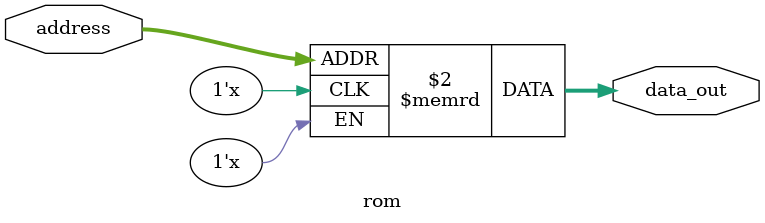
<source format=sv>
module rom #(parameter DATA_WIDTH=32,
             parameter N_WORDS=128
            )
            (input  logic [$clog2(N_WORDS)-1:0] address,
             output logic      [DATA_WIDTH-1:0] data_out
            );

logic [DATA_WIDTH-1:0] rom_mem [N_WORDS];

always_comb begin
    data_out = rom_mem[address];
end

endmodule

</source>
